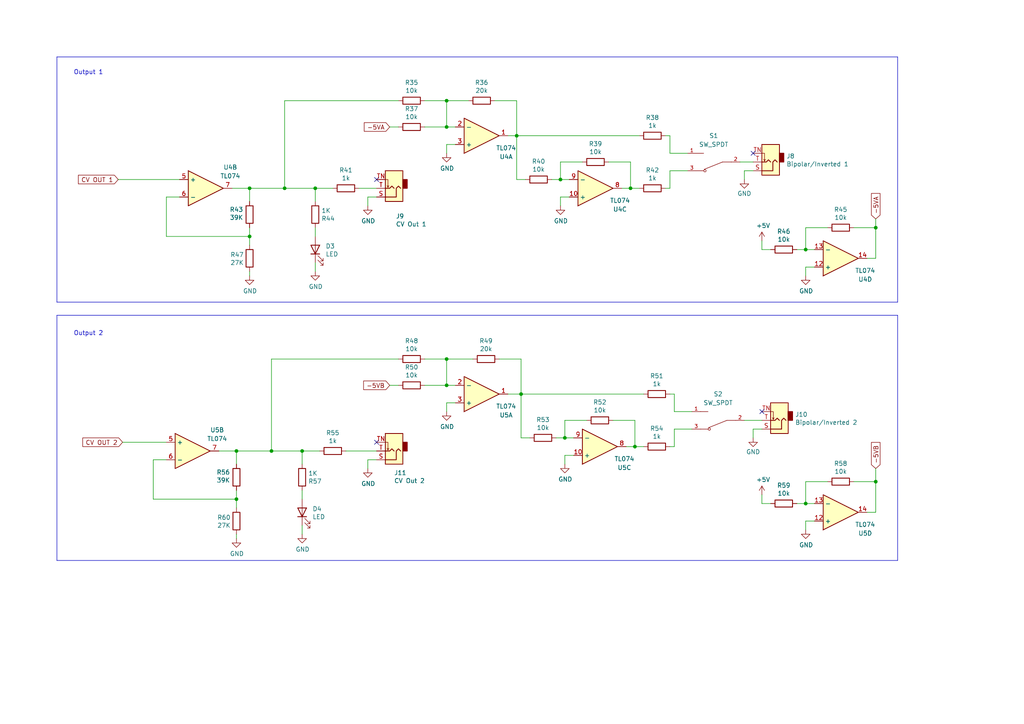
<source format=kicad_sch>
(kicad_sch (version 20231120) (generator "eeschema") (generator_version "8.0")
  (paper "A4")
  (title_block (title "Fluid") (date "2024-08-14") (rev "v0.1") (company "AWSM") (comment 1 "Adam Wonak"))
  (lib_symbols
    (symbol "2MS1T1B1M2QES:2MS1T1B1M2QES" (pin_names (offset 1.016))
      (property "Reference" "S" (at -2.54 6.35 0))
      (property "Value" "2MS1T1B1M2QES" (at -2.54 -2.54 0))
      (symbol "2MS1T1B1M2QES_0_0"
        (polyline (pts (xy -2.54 2.54) (xy -5.08 2.54)) (stroke (width 0.1524)))
        (polyline (pts (xy -2.54 2.54) (xy 2.794 4.6736)) (stroke (width 0.1524)))
        (polyline (pts (xy 5.08 0) (xy 2.921 0)) (stroke (width 0.1524)))
        (polyline (pts (xy 5.08 5.08) (xy 2.921 5.08)) (stroke (width 0.1524)))
        (circle (center 2.54 5.08) (radius 0.3302) (stroke (width 0.1524)))
        (pin passive line (at 7.62 0 180) (length 2.54) (name "~") (number "1"))
        (pin passive line (at -7.62 2.54 0) (length 2.54) (name "~") (number "2"))
        (pin passive line (at 7.62 5.08 180) (length 2.54) (name "~") (number "3"))
      )
    )
    (symbol "Connector:AudioJack2_SwitchT"
      (property "Reference" "J" (at 0 8.89 0))
      (property "Value" "AudioJack2_SwitchT" (at 0 6.35 0))
      (symbol "AudioJack2_SwitchT_0_1"
        (rectangle (start -2.54 0) (end -3.81 -2.54) (stroke (width 0.254)) (fill (type outline)))
        (polyline (pts (xy 1.778 -0.254) (xy 2.032 -0.762)))
        (polyline (pts (xy 0 0) (xy 0.635 -0.635) (xy 1.27 0) (xy 2.54 0)) (stroke (width 0.254)))
        (polyline (pts (xy 2.54 -2.54) (xy 1.778 -2.54) (xy 1.778 -0.254) (xy 1.524 -0.762)))
        (polyline (pts (xy 2.54 2.54) (xy -0.635 2.54) (xy -0.635 0) (xy -1.27 -0.635) (xy -1.905 0)) (stroke (width 0.254)))
        (rectangle (start 2.54 3.81) (end -2.54 -5.08) (stroke (width 0.254)) (fill (type background)))
      )
      (symbol "AudioJack2_SwitchT_1_1"
        (pin passive line (at 5.08 2.54 180) (length 2.54) (name "~") (number "S"))
        (pin passive line (at 5.08 0 180) (length 2.54) (name "~") (number "T"))
        (pin passive line (at 5.08 -2.54 180) (length 2.54) (name "~") (number "TN"))
      )
    )
    (symbol "Device:LED" (pin_numbers hide) (pin_names (offset 1.016) hide)
      (property "Reference" "D" (at 0 2.54 0))
      (property "Value" "LED" (at 0 -2.54 0))
      (symbol "LED_0_1"
        (polyline (pts (xy -1.27 -1.27) (xy -1.27 1.27)) (stroke (width 0.254)))
        (polyline (pts (xy -1.27 0) (xy 1.27 0)))
        (polyline (pts (xy 1.27 -1.27) (xy 1.27 1.27) (xy -1.27 0) (xy 1.27 -1.27)) (stroke (width 0.254)))
        (polyline (pts (xy -3.048 -0.762) (xy -4.572 -2.286) (xy -3.81 -2.286) (xy -4.572 -2.286) (xy -4.572 -1.524)))
        (polyline (pts (xy -1.778 -0.762) (xy -3.302 -2.286) (xy -2.54 -2.286) (xy -3.302 -2.286) (xy -3.302 -1.524)))
      )
      (symbol "LED_1_1"
        (pin passive line (at -3.81 0 0) (length 2.54) (name "K") (number "1"))
        (pin passive line (at 3.81 0 180) (length 2.54) (name "A") (number "2"))
      )
    )
    (symbol "Device:Opamp_Quad"
      (property "Reference" "U" (at 0 5.08 0))
      (property "Value" "Opamp_Quad" (at 0 -5.08 0))
      (symbol "Opamp_Quad_1_1"
        (polyline (pts (xy -5.08 5.08) (xy 5.08 0) (xy -5.08 -5.08) (xy -5.08 5.08)) (stroke (width 0.254)) (fill (type background)))
        (pin output line (at 7.62 0 180) (length 2.54) (name "~") (number "1"))
        (pin input line (at -7.62 -2.54 0) (length 2.54) (name "-") (number "2"))
        (pin input line (at -7.62 2.54 0) (length 2.54) (name "+") (number "3"))
      )
      (symbol "Opamp_Quad_2_1"
        (polyline (pts (xy -5.08 5.08) (xy 5.08 0) (xy -5.08 -5.08) (xy -5.08 5.08)) (stroke (width 0.254)) (fill (type background)))
        (pin input line (at -7.62 2.54 0) (length 2.54) (name "+") (number "5"))
        (pin input line (at -7.62 -2.54 0) (length 2.54) (name "-") (number "6"))
        (pin output line (at 7.62 0 180) (length 2.54) (name "~") (number "7"))
      )
      (symbol "Opamp_Quad_3_1"
        (polyline (pts (xy -5.08 5.08) (xy 5.08 0) (xy -5.08 -5.08) (xy -5.08 5.08)) (stroke (width 0.254)) (fill (type background)))
        (pin input line (at -7.62 2.54 0) (length 2.54) (name "+") (number "10"))
        (pin output line (at 7.62 0 180) (length 2.54) (name "~") (number "8"))
        (pin input line (at -7.62 -2.54 0) (length 2.54) (name "-") (number "9"))
      )
      (symbol "Opamp_Quad_4_1"
        (polyline (pts (xy -5.08 5.08) (xy 5.08 0) (xy -5.08 -5.08) (xy -5.08 5.08)) (stroke (width 0.254)) (fill (type background)))
        (pin input line (at -7.62 2.54 0) (length 2.54) (name "+") (number "12"))
        (pin input line (at -7.62 -2.54 0) (length 2.54) (name "-") (number "13"))
        (pin output line (at 7.62 0 180) (length 2.54) (name "~") (number "14"))
      )
      (symbol "Opamp_Quad_5_1"
        (pin power_in line (at -2.54 -7.62 90) (length 3.81) (name "V-") (number "11"))
        (pin power_in line (at -2.54 7.62 270) (length 3.81) (name "V+") (number "4"))
      )
    )
    (symbol "Device:R" (pin_numbers hide) (pin_names (offset 0))
      (property "Reference" "R" (at 2.032 0 90))
      (property "Value" "R" (at 0 0 90))
      (symbol "R_0_1"
        (rectangle (start -1.016 -2.54) (end 1.016 2.54) (stroke (width 0.254)))
      )
      (symbol "R_1_1"
        (pin passive line (at 0 3.81 270) (length 1.27) (name "~") (number "1"))
        (pin passive line (at 0 -3.81 90) (length 1.27) (name "~") (number "2"))
      )
    )
    (symbol "power:+5V" (power) (pin_names (offset 0))
      (property "Value" "+5V" (at 0 3.556 0))
      (symbol "+5V_0_1"
        (polyline (pts (xy -0.762 1.27) (xy 0 2.54)))
        (polyline (pts (xy 0 0) (xy 0 2.54)))
        (polyline (pts (xy 0 2.54) (xy 0.762 1.27)))
      )
      (symbol "+5V_1_1"
        (pin power_in line (at 0 0 90) (length 0) hide (name "+5V") (number "1"))
      )
    )
    (symbol "power:GND" (power) (pin_names (offset 0))
      (property "Value" "GND" (at 0 -3.81 0))
      (symbol "GND_0_1"
        (polyline (pts (xy 0 0) (xy 0 -1.27) (xy 1.27 -1.27) (xy 0 -2.54) (xy -1.27 -1.27) (xy 0 -1.27)))
      )
      (symbol "GND_1_1"
        (pin power_in line (at 0 0 270) (length 0) hide (name "GND") (number "1"))
      )
    )
  )
  (junction (at 162.56 52.07))
  (junction (at 129.54 111.76))
  (junction (at 72.39 54.61))
  (junction (at 149.86 39.37))
  (junction (at 233.68 146.05))
  (junction (at 129.54 29.21))
  (junction (at 68.58 130.81))
  (junction (at 82.55 54.61))
  (junction (at 233.68 72.39))
  (junction (at 151.13 114.3))
  (junction (at 254 66.04))
  (junction (at 254 139.7))
  (junction (at 87.63 130.81))
  (junction (at 163.83 127))
  (junction (at 68.58 144.78))
  (junction (at 78.74 130.81))
  (junction (at 182.88 54.61))
  (junction (at 129.54 104.14))
  (junction (at 91.44 54.61))
  (junction (at 129.54 36.83))
  (junction (at 72.39 68.58))
  (junction (at 184.15 129.54))
  (no_connect (at 220.98 119.38))
  (no_connect (at 218.44 44.45))
  (no_connect (at 109.22 52.07))
  (no_connect (at 109.22 128.27))
  (polyline (pts (xy 16.51 16.51) (xy 16.51 87.63)))
  (wire (pts (xy 163.83 132.08) (xy 163.83 134.62)))
  (wire (pts (xy 247.65 139.7) (xy 254 139.7)))
  (wire (pts (xy 233.68 139.7) (xy 233.68 146.05)))
  (wire (pts (xy 254 135.89) (xy 254 139.7)))
  (wire (pts (xy 220.98 143.51) (xy 220.98 146.05)))
  (wire (pts (xy 254 66.04) (xy 254 74.93)))
  (wire (pts (xy 144.78 104.14) (xy 151.13 104.14)))
  (wire (pts (xy 68.58 144.78) (xy 68.58 147.32)))
  (wire (pts (xy 48.26 133.35) (xy 44.45 133.35)))
  (wire (pts (xy 162.56 46.99) (xy 168.91 46.99)))
  (wire (pts (xy 195.58 119.38) (xy 195.58 114.3)))
  (wire (pts (xy 199.39 44.45) (xy 194.31 44.45)))
  (polyline (pts (xy 260.35 87.63) (xy 260.35 16.51)))
  (polyline (pts (xy 260.35 16.51) (xy 16.51 16.51)))
  (wire (pts (xy 182.88 46.99) (xy 182.88 54.61)))
  (wire (pts (xy 218.44 124.46) (xy 220.98 124.46)))
  (polyline (pts (xy 16.51 87.63) (xy 260.35 87.63)))
  (wire (pts (xy 176.53 46.99) (xy 182.88 46.99)))
  (wire (pts (xy 52.07 52.07) (xy 34.29 52.07)))
  (wire (pts (xy 72.39 78.74) (xy 72.39 80.01)))
  (wire (pts (xy 129.54 104.14) (xy 137.16 104.14)))
  (wire (pts (xy 231.14 72.39) (xy 233.68 72.39)))
  (wire (pts (xy 162.56 52.07) (xy 162.56 46.99)))
  (wire (pts (xy 44.45 144.78) (xy 68.58 144.78)))
  (wire (pts (xy 123.19 104.14) (xy 129.54 104.14)))
  (wire (pts (xy 233.68 139.7) (xy 240.03 139.7)))
  (wire (pts (xy 233.68 77.47) (xy 233.68 80.01)))
  (wire (pts (xy 151.13 104.14) (xy 151.13 114.3)))
  (wire (pts (xy 194.31 49.53) (xy 199.39 49.53)))
  (wire (pts (xy 236.22 151.13) (xy 233.68 151.13)))
  (wire (pts (xy 129.54 29.21) (xy 129.54 36.83)))
  (wire (pts (xy 91.44 68.58) (xy 91.44 66.04)))
  (wire (pts (xy 195.58 129.54) (xy 195.58 124.46)))
  (wire (pts (xy 215.9 121.92) (xy 220.98 121.92)))
  (wire (pts (xy 91.44 54.61) (xy 91.44 58.42)))
  (wire (pts (xy 233.68 151.13) (xy 233.68 153.67)))
  (wire (pts (xy 82.55 29.21) (xy 115.57 29.21)))
  (wire (pts (xy 233.68 66.04) (xy 233.68 72.39)))
  (polyline (pts (xy 260.35 162.56) (xy 260.35 91.44)))
  (wire (pts (xy 109.22 133.35) (xy 106.68 133.35)))
  (wire (pts (xy 231.14 146.05) (xy 233.68 146.05)))
  (wire (pts (xy 87.63 144.78) (xy 87.63 142.24)))
  (wire (pts (xy 129.54 116.84) (xy 132.08 116.84)))
  (wire (pts (xy 106.68 133.35) (xy 106.68 135.89)))
  (wire (pts (xy 123.19 111.76) (xy 129.54 111.76)))
  (polyline (pts (xy 260.35 91.44) (xy 16.51 91.44)))
  (wire (pts (xy 186.69 114.3) (xy 151.13 114.3)))
  (wire (pts (xy 193.04 54.61) (xy 194.31 54.61)))
  (wire (pts (xy 200.66 119.38) (xy 195.58 119.38)))
  (wire (pts (xy 215.9 49.53) (xy 215.9 52.07)))
  (wire (pts (xy 194.31 44.45) (xy 194.31 39.37)))
  (wire (pts (xy 91.44 54.61) (xy 96.52 54.61)))
  (wire (pts (xy 129.54 36.83) (xy 132.08 36.83)))
  (polyline (pts (xy 16.51 162.56) (xy 260.35 162.56)))
  (wire (pts (xy 113.03 111.76) (xy 115.57 111.76)))
  (wire (pts (xy 195.58 114.3) (xy 194.31 114.3)))
  (wire (pts (xy 44.45 133.35) (xy 44.45 144.78)))
  (wire (pts (xy 177.8 121.92) (xy 184.15 121.92)))
  (wire (pts (xy 233.68 66.04) (xy 240.03 66.04)))
  (wire (pts (xy 220.98 69.85) (xy 220.98 72.39)))
  (wire (pts (xy 160.02 52.07) (xy 162.56 52.07)))
  (wire (pts (xy 251.46 74.93) (xy 254 74.93)))
  (wire (pts (xy 184.15 129.54) (xy 181.61 129.54)))
  (wire (pts (xy 87.63 130.81) (xy 87.63 134.62)))
  (wire (pts (xy 129.54 104.14) (xy 129.54 111.76)))
  (wire (pts (xy 254 63.5) (xy 254 66.04)))
  (wire (pts (xy 233.68 146.05) (xy 236.22 146.05)))
  (wire (pts (xy 182.88 54.61) (xy 185.42 54.61)))
  (wire (pts (xy 82.55 29.21) (xy 82.55 54.61)))
  (wire (pts (xy 67.31 54.61) (xy 72.39 54.61)))
  (wire (pts (xy 236.22 77.47) (xy 233.68 77.47)))
  (wire (pts (xy 91.44 76.2) (xy 91.44 78.74)))
  (wire (pts (xy 184.15 129.54) (xy 186.69 129.54)))
  (wire (pts (xy 254 139.7) (xy 254 148.59)))
  (wire (pts (xy 129.54 116.84) (xy 129.54 119.38)))
  (wire (pts (xy 195.58 124.46) (xy 200.66 124.46)))
  (wire (pts (xy 184.15 121.92) (xy 184.15 129.54)))
  (wire (pts (xy 68.58 130.81) (xy 68.58 134.62)))
  (wire (pts (xy 129.54 111.76) (xy 132.08 111.76)))
  (wire (pts (xy 132.08 41.91) (xy 129.54 41.91)))
  (wire (pts (xy 163.83 121.92) (xy 170.18 121.92)))
  (wire (pts (xy 48.26 57.15) (xy 48.26 68.58)))
  (wire (pts (xy 106.68 57.15) (xy 106.68 59.69)))
  (wire (pts (xy 185.42 39.37) (xy 149.86 39.37)))
  (wire (pts (xy 151.13 114.3) (xy 151.13 127)))
  (wire (pts (xy 104.14 54.61) (xy 109.22 54.61)))
  (wire (pts (xy 161.29 127) (xy 163.83 127)))
  (wire (pts (xy 143.51 29.21) (xy 149.86 29.21)))
  (wire (pts (xy 218.44 49.53) (xy 215.9 49.53)))
  (wire (pts (xy 162.56 52.07) (xy 165.1 52.07)))
  (wire (pts (xy 194.31 129.54) (xy 195.58 129.54)))
  (wire (pts (xy 182.88 54.61) (xy 180.34 54.61)))
  (wire (pts (xy 151.13 127) (xy 153.67 127)))
  (wire (pts (xy 218.44 124.46) (xy 218.44 127)))
  (wire (pts (xy 214.63 46.99) (xy 218.44 46.99)))
  (wire (pts (xy 194.31 54.61) (xy 194.31 49.53)))
  (wire (pts (xy 113.03 36.83) (xy 115.57 36.83)))
  (polyline (pts (xy 16.51 91.44) (xy 16.51 162.56)))
  (wire (pts (xy 165.1 57.15) (xy 162.56 57.15)))
  (wire (pts (xy 162.56 57.15) (xy 162.56 59.69)))
  (wire (pts (xy 48.26 68.58) (xy 72.39 68.58)))
  (wire (pts (xy 100.33 130.81) (xy 109.22 130.81)))
  (wire (pts (xy 149.86 39.37) (xy 147.32 39.37)))
  (wire (pts (xy 149.86 29.21) (xy 149.86 39.37)))
  (wire (pts (xy 72.39 54.61) (xy 82.55 54.61)))
  (wire (pts (xy 63.5 130.81) (xy 68.58 130.81)))
  (wire (pts (xy 149.86 52.07) (xy 152.4 52.07)))
  (wire (pts (xy 72.39 54.61) (xy 72.39 58.42)))
  (wire (pts (xy 220.98 72.39) (xy 223.52 72.39)))
  (wire (pts (xy 220.98 146.05) (xy 223.52 146.05)))
  (wire (pts (xy 166.37 132.08) (xy 163.83 132.08)))
  (wire (pts (xy 78.74 104.14) (xy 78.74 130.81)))
  (wire (pts (xy 82.55 54.61) (xy 91.44 54.61)))
  (wire (pts (xy 87.63 130.81) (xy 92.71 130.81)))
  (wire (pts (xy 147.32 114.3) (xy 151.13 114.3)))
  (wire (pts (xy 129.54 41.91) (xy 129.54 44.45)))
  (wire (pts (xy 78.74 104.14) (xy 115.57 104.14)))
  (wire (pts (xy 68.58 130.81) (xy 78.74 130.81)))
  (wire (pts (xy 129.54 29.21) (xy 135.89 29.21)))
  (wire (pts (xy 68.58 142.24) (xy 68.58 144.78)))
  (wire (pts (xy 251.46 148.59) (xy 254 148.59)))
  (wire (pts (xy 163.83 127) (xy 163.83 121.92)))
  (wire (pts (xy 78.74 130.81) (xy 87.63 130.81)))
  (wire (pts (xy 87.63 152.4) (xy 87.63 154.94)))
  (wire (pts (xy 52.07 57.15) (xy 48.26 57.15)))
  (wire (pts (xy 194.31 39.37) (xy 193.04 39.37)))
  (wire (pts (xy 35.56 128.27) (xy 48.26 128.27)))
  (wire (pts (xy 72.39 68.58) (xy 72.39 71.12)))
  (wire (pts (xy 123.19 29.21) (xy 129.54 29.21)))
  (wire (pts (xy 233.68 72.39) (xy 236.22 72.39)))
  (wire (pts (xy 109.22 57.15) (xy 106.68 57.15)))
  (wire (pts (xy 68.58 154.94) (xy 68.58 156.21)))
  (wire (pts (xy 247.65 66.04) (xy 254 66.04)))
  (wire (pts (xy 149.86 39.37) (xy 149.86 52.07)))
  (wire (pts (xy 123.19 36.83) (xy 129.54 36.83)))
  (wire (pts (xy 72.39 66.04) (xy 72.39 68.58)))
  (wire (pts (xy 163.83 127) (xy 166.37 127)))
  (text "Output 2" (at 25.654 96.774 0) (effects (font (size 1.27 1.27))))
  (text "Output 1" (at 25.654 21.082 0) (effects (font (size 1.27 1.27))))
  (global_label "CV OUT 2" (shape input) (at 35.56 128.27 180) (property "Intersheetrefs" "${INTERSHEET_REFS}" (effects (hide yes))))
  (global_label "-5VB" (shape input) (at 113.03 111.76 180) (property "Intersheetrefs" "${INTERSHEET_REFS}" (effects (hide yes))))
  (global_label "-5VA" (shape input) (at 113.03 36.83 180) (property "Intersheetrefs" "${INTERSHEET_REFS}" (effects (hide yes))))
  (global_label "CV OUT 1" (shape input) (at 34.29 52.07 180) (property "Intersheetrefs" "${INTERSHEET_REFS}" (effects (hide yes))))
  (global_label "-5VB" (shape input) (at 254 135.89 90) (property "Intersheetrefs" "${INTERSHEET_REFS}" (effects (hide yes))))
  (global_label "-5VA" (shape input) (at 254 63.5 90) (property "Intersheetrefs" "${INTERSHEET_REFS}" (effects (hide yes))))
  (symbol (lib_id "Device:R") (at 157.48 127 270) (unit 1)
    (property "Reference" "R53" (at 157.48 121.7422 90))
    (property "Value" "10k" (at 157.48 124.0536 90))
    (property "Footprint" "Resistor_SMD:R_0402_1005Metric" (effects (hide yes)))
    (property "LCSC" "C25744" (effects (hide yes)))
  )
  (symbol (lib_id "Device:R") (at 156.21 52.07 270) (unit 1)
    (property "Reference" "R40" (at 156.21 46.8122 90))
    (property "Value" "10k" (at 156.21 49.1236 90))
    (property "Footprint" "Resistor_SMD:R_0402_1005Metric" (effects (hide yes)))
    (property "LCSC" "C25744" (effects (hide yes)))
  )
  (symbol (lib_id "power:GND") (at 218.44 127 0) (unit 1)
    (property "Reference" "#PWR068" (effects (hide yes)))
    (property "Value" "GND" (at 218.44 131.064 0))
  )
  (symbol (lib_id "Device:R") (at 100.33 54.61 90) (mirror x) (unit 1)
    (property "Reference" "R41" (at 100.33 49.3522 90))
    (property "Value" "1k" (at 100.33 51.6636 90))
    (property "Footprint" "Resistor_SMD:R_0402_1005Metric" (effects (hide yes)))
    (property "LCSC" "C11702" (effects (hide yes)))
  )
  (symbol (lib_id "Device:Opamp_Quad") (at 172.72 54.61 0) (mirror x) (unit 3)
    (property "Reference" "U4" (at 179.832 60.706 0))
    (property "Value" "TL074" (at 179.832 58.166 0))
    (property "Footprint" "Package_SO:SOIC-14_3.9x8.7mm_P1.27mm" (effects (hide yes)))
    (property "Description" "Quad operational amplifier" (effects (hide yes)))
    (property "Sim.Library" "${KICAD7_SYMBOL_DIR}/Simulation_SPICE.sp" (effects (hide yes)))
    (property "Sim.Name" "kicad_builtin_opamp_quad" (effects (hide yes)))
    (property "Sim.Device" "SUBCKT" (effects (hide yes)))
    (property "Sim.Pins" "1=out1 2=in1- 3=in1+ 4=vcc 5=in2+ 6=in2- 7=out2 8=out3 9=in3- 10=in3+ 11=vee 12=in4+ 13=in4- 14=out4" (effects (hide yes)))
    (property "LCSC" "C6963" (effects (hide yes)))
  )
  (symbol (lib_id "Device:LED") (at 87.63 148.59 90) (unit 1)
    (property "Reference" "D4" (at 90.6272 147.5994 90) (effects (justify right)))
    (property "Value" "LED" (at 90.6272 149.9108 90) (effects (justify right)))
    (property "Footprint" "LED_THT:LED_D3.0mm" (effects (hide yes)))
  )
  (symbol (lib_id "Connector:AudioJack2_SwitchT") (at 226.06 121.92 180) (unit 1)
    (property "Reference" "J10" (at 230.632 120.2182 0) (effects (justify right)))
    (property "Value" "Bipolar/Inverted 2" (at 230.632 122.5296 0) (effects (justify right)))
    (property "Footprint" "PJ398SM:Jack_3.5mm_QingPu_WQP-PJ398SM_Vertical_CircularHoles_3dModel" (effects (hide yes)))
  )
  (symbol (lib_id "power:GND") (at 163.83 134.62 0) (unit 1)
    (property "Reference" "#PWR069" (effects (hide yes)))
    (property "Value" "GND" (at 163.957 139.0142 0))
  )
  (symbol (lib_id "Device:Opamp_Quad") (at 243.84 148.59 0) (mirror x) (unit 4)
    (property "Reference" "U5" (at 250.952 154.686 0))
    (property "Value" "TL074" (at 250.952 152.146 0))
    (property "Footprint" "Package_SO:SOIC-14_3.9x8.7mm_P1.27mm" (effects (hide yes)))
    (property "Description" "Quad operational amplifier" (effects (hide yes)))
    (property "Sim.Library" "${KICAD7_SYMBOL_DIR}/Simulation_SPICE.sp" (effects (hide yes)))
    (property "Sim.Name" "kicad_builtin_opamp_quad" (effects (hide yes)))
    (property "Sim.Device" "SUBCKT" (effects (hide yes)))
    (property "Sim.Pins" "1=out1 2=in1- 3=in1+ 4=vcc 5=in2+ 6=in2- 7=out2 8=out3 9=in3- 10=in3+ 11=vee 12=in4+ 13=in4- 14=out4" (effects (hide yes)))
    (property "LCSC" "C6963" (effects (hide yes)))
  )
  (symbol (lib_id "power:GND") (at 233.68 153.67 0) (unit 1)
    (property "Reference" "#PWR072" (effects (hide yes)))
    (property "Value" "GND" (at 233.807 158.0642 0))
  )
  (symbol (lib_id "Connector:AudioJack2_SwitchT") (at 114.3 130.81 180) (unit 1)
    (property "Reference" "J11" (at 114.3 137.1346 0) (effects (justify right)))
    (property "Value" "CV Out 2" (at 114.3 139.446 0) (effects (justify right)))
    (property "Footprint" "PJ398SM:Jack_3.5mm_QingPu_WQP-PJ398SM_Vertical_CircularHoles_3dModel" (effects (hide yes)))
  )
  (symbol (lib_id "Device:R") (at 173.99 121.92 270) (unit 1)
    (property "Reference" "R52" (at 173.99 116.6622 90))
    (property "Value" "10k" (at 173.99 118.9736 90))
    (property "Footprint" "Resistor_SMD:R_0402_1005Metric" (effects (hide yes)))
    (property "LCSC" "C25744" (effects (hide yes)))
  )
  (symbol (lib_id "Device:R") (at 119.38 111.76 270) (unit 1)
    (property "Reference" "R50" (at 119.38 106.5022 90))
    (property "Value" "10k" (at 119.38 108.8136 90))
    (property "Footprint" "Resistor_SMD:R_0402_1005Metric" (effects (hide yes)))
    (property "LCSC" "C25744" (effects (hide yes)))
  )
  (symbol (lib_id "power:GND") (at 106.68 135.89 0) (unit 1)
    (property "Reference" "#PWR070" (effects (hide yes)))
    (property "Value" "GND" (at 106.807 140.2842 0))
  )
  (symbol (lib_id "Device:R") (at 227.33 146.05 270) (unit 1)
    (property "Reference" "R59" (at 227.33 140.7922 90))
    (property "Value" "10k" (at 227.33 143.1036 90))
    (property "Footprint" "Resistor_SMD:R_0402_1005Metric" (effects (hide yes)))
    (property "LCSC" "C25744" (effects (hide yes)))
  )
  (symbol (lib_id "Device:Opamp_Quad") (at 139.7 114.3 0) (mirror x) (unit 1)
    (property "Reference" "U5" (at 146.812 120.396 0))
    (property "Value" "TL074" (at 146.812 117.856 0))
    (property "Footprint" "Package_SO:SOIC-14_3.9x8.7mm_P1.27mm" (effects (hide yes)))
    (property "Description" "Quad operational amplifier" (effects (hide yes)))
    (property "Sim.Library" "${KICAD7_SYMBOL_DIR}/Simulation_SPICE.sp" (effects (hide yes)))
    (property "Sim.Name" "kicad_builtin_opamp_quad" (effects (hide yes)))
    (property "Sim.Device" "SUBCKT" (effects (hide yes)))
    (property "Sim.Pins" "1=out1 2=in1- 3=in1+ 4=vcc 5=in2+ 6=in2- 7=out2 8=out3 9=in3- 10=in3+ 11=vee 12=in4+ 13=in4- 14=out4" (effects (hide yes)))
    (property "LCSC" "C6963" (effects (hide yes)))
  )
  (symbol (lib_id "Device:R") (at 227.33 72.39 270) (unit 1)
    (property "Reference" "R46" (at 227.33 67.1322 90))
    (property "Value" "10k" (at 227.33 69.4436 90))
    (property "Footprint" "Resistor_SMD:R_0402_1005Metric" (effects (hide yes)))
    (property "LCSC" "C25744" (effects (hide yes)))
  )
  (symbol (lib_id "power:GND") (at 129.54 119.38 0) (unit 1)
    (property "Reference" "#PWR067" (effects (hide yes)))
    (property "Value" "GND" (at 129.667 123.7742 0))
  )
  (symbol (lib_id "Device:R") (at 140.97 104.14 270) (unit 1)
    (property "Reference" "R49" (at 140.97 98.8822 90))
    (property "Value" "20k" (at 140.97 101.1936 90))
    (property "Footprint" "Resistor_SMD:R_0402_1005Metric" (effects (hide yes)))
    (property "LCSC" "C25765" (effects (hide yes)))
  )
  (symbol (lib_id "Device:R") (at 119.38 104.14 270) (unit 1)
    (property "Reference" "R48" (at 119.38 98.8822 90))
    (property "Value" "10k" (at 119.38 101.1936 90))
    (property "Footprint" "Resistor_SMD:R_0402_1005Metric" (effects (hide yes)))
    (property "LCSC" "C25744" (effects (hide yes)))
  )
  (symbol (lib_id "Device:R") (at 68.58 138.43 0) (unit 1)
    (property "Reference" "R56" (at 64.77 136.9822 0))
    (property "Value" "39K" (at 64.77 139.2936 0))
    (property "Footprint" "Resistor_SMD:R_0402_1005Metric" (effects (hide yes)))
    (property "LCSC" "C25783" (effects (hide yes)))
  )
  (symbol (lib_id "2MS1T1B1M2QES:2MS1T1B1M2QES") (at 208.28 119.38 180) (unit 1)
    (property "Reference" "S2" (at 208.28 114.3 0))
    (property "Value" "SW_SPDT" (at 208.28 116.84 0))
    (property "Footprint" "2MS1T1B1M2QES:SW_2MS1T1B1M2QES" (effects (hide yes)))
    (property "MF" "Dailywell" (effects (hide yes)))
    (property "MAXIMUM_PACKAGE_HEIGHT" "23.63mm" (effects (hide yes)))
    (property "Package" "None" (effects (hide yes)))
    (property "Price" "None" (effects (hide yes)))
    (property "Check_prices" "https://www.snapeda.com/parts/2MS1T1B1M2QES/Dailywell/view-part/?ref=eda" (effects (hide yes)))
    (property "STANDARD" "Manufacturer Recommendations" (effects (hide yes)))
    (property "SnapEDA_Link" "https://www.snapeda.com/parts/2MS1T1B1M2QES/Dailywell/view-part/?ref=snap" (effects (hide yes)))
    (property "MP" "2MS1T1B1M2QES" (effects (hide yes)))
    (property "Purchase-URL" "https://www.snapeda.com/api/url_track_click_mouser/?unipart_id=4999053&manufacturer=Dailywell&part_name=2MS1T1B1M2QES&search_term=2ms1t1b1m2qes" (effects (hide yes)))
    (property "Description_1" "\nToggle Switches Sub-Miniature SPDT switch on-on pc thru-hole\n" (effects (hide yes)))
    (property "Availability" "Not in stock" (effects (hide yes)))
    (property "MANUFACTURER" "Dailywell" (effects (hide yes)))
  )
  (symbol (lib_id "Device:R") (at 72.39 62.23 0) (unit 1)
    (property "Reference" "R43" (at 68.58 60.7822 0))
    (property "Value" "39K" (at 68.58 63.0936 0))
    (property "Footprint" "Resistor_SMD:R_0402_1005Metric" (effects (hide yes)))
    (property "LCSC" "C25783" (effects (hide yes)))
  )
  (symbol (lib_id "Device:Opamp_Quad") (at 55.88 130.81 0) (unit 2)
    (property "Reference" "U5" (at 62.992 124.714 0))
    (property "Value" "TL074" (at 62.992 127.254 0))
    (property "Footprint" "Package_SO:SOIC-14_3.9x8.7mm_P1.27mm" (effects (hide yes)))
    (property "Description" "Quad operational amplifier" (effects (hide yes)))
    (property "Sim.Library" "${KICAD7_SYMBOL_DIR}/Simulation_SPICE.sp" (effects (hide yes)))
    (property "Sim.Name" "kicad_builtin_opamp_quad" (effects (hide yes)))
    (property "Sim.Device" "SUBCKT" (effects (hide yes)))
    (property "Sim.Pins" "1=out1 2=in1- 3=in1+ 4=vcc 5=in2+ 6=in2- 7=out2 8=out3 9=in3- 10=in3+ 11=vee 12=in4+ 13=in4- 14=out4" (effects (hide yes)))
    (property "LCSC" "C6963" (effects (hide yes)))
  )
  (symbol (lib_id "Device:R") (at 189.23 54.61 270) (unit 1)
    (property "Reference" "R42" (at 189.23 49.3522 90))
    (property "Value" "1k" (at 189.23 51.6636 90))
    (property "Footprint" "Resistor_SMD:R_0402_1005Metric" (effects (hide yes)))
    (property "LCSC" "C11702" (effects (hide yes)))
  )
  (symbol (lib_id "2MS1T1B1M2QES:2MS1T1B1M2QES") (at 207.01 44.45 180) (unit 1)
    (property "Reference" "S1" (at 207.01 39.37 0))
    (property "Value" "SW_SPDT" (at 207.01 41.91 0))
    (property "Footprint" "2MS1T1B1M2QES:SW_2MS1T1B1M2QES" (effects (hide yes)))
    (property "MF" "Dailywell" (effects (hide yes)))
    (property "MAXIMUM_PACKAGE_HEIGHT" "23.63mm" (effects (hide yes)))
    (property "Package" "None" (effects (hide yes)))
    (property "Price" "None" (effects (hide yes)))
    (property "Check_prices" "https://www.snapeda.com/parts/2MS1T1B1M2QES/Dailywell/view-part/?ref=eda" (effects (hide yes)))
    (property "STANDARD" "Manufacturer Recommendations" (effects (hide yes)))
    (property "SnapEDA_Link" "https://www.snapeda.com/parts/2MS1T1B1M2QES/Dailywell/view-part/?ref=snap" (effects (hide yes)))
    (property "MP" "2MS1T1B1M2QES" (effects (hide yes)))
    (property "Purchase-URL" "https://www.snapeda.com/api/url_track_click_mouser/?unipart_id=4999053&manufacturer=Dailywell&part_name=2MS1T1B1M2QES&search_term=2ms1t1b1m2qes" (effects (hide yes)))
    (property "Description_1" "\nToggle Switches Sub-Miniature SPDT switch on-on pc thru-hole\n" (effects (hide yes)))
    (property "Availability" "Not in stock" (effects (hide yes)))
    (property "MANUFACTURER" "Dailywell" (effects (hide yes)))
  )
  (symbol (lib_id "Device:R") (at 172.72 46.99 270) (unit 1)
    (property "Reference" "R39" (at 172.72 41.7322 90))
    (property "Value" "10k" (at 172.72 44.0436 90))
    (property "Footprint" "Resistor_SMD:R_0402_1005Metric" (effects (hide yes)))
    (property "LCSC" "C25744" (effects (hide yes)))
  )
  (symbol (lib_id "power:GND") (at 162.56 59.69 0) (unit 1)
    (property "Reference" "#PWR062" (effects (hide yes)))
    (property "Value" "GND" (at 162.687 64.0842 0))
  )
  (symbol (lib_id "Device:R") (at 91.44 62.23 0) (mirror y) (unit 1)
    (property "Reference" "R44" (at 93.218 63.3984 0) (effects (justify right)))
    (property "Value" "1K" (at 93.218 61.087 0) (effects (justify right)))
    (property "Footprint" "Resistor_SMD:R_0402_1005Metric" (effects (hide yes)))
    (property "LCSC" "C11702" (effects (hide yes)))
  )
  (symbol (lib_id "power:GND") (at 106.68 59.69 0) (unit 1)
    (property "Reference" "#PWR061" (effects (hide yes)))
    (property "Value" "GND" (at 106.807 64.0842 0))
  )
  (symbol (lib_id "Device:R") (at 68.58 151.13 180) (unit 1)
    (property "Reference" "R60" (at 62.992 150.0886 0) (effects (justify right)))
    (property "Value" "27K" (at 62.992 152.4 0) (effects (justify right)))
    (property "Footprint" "Resistor_SMD:R_0402_1005Metric" (effects (hide yes)))
    (property "LCSC" "C25771" (effects (hide yes)))
  )
  (symbol (lib_id "Device:R") (at 87.63 138.43 0) (mirror y) (unit 1)
    (property "Reference" "R57" (at 89.408 139.5984 0) (effects (justify right)))
    (property "Value" "1K" (at 89.408 137.287 0) (effects (justify right)))
    (property "Footprint" "Resistor_SMD:R_0402_1005Metric" (effects (hide yes)))
    (property "LCSC" "C11702" (effects (hide yes)))
  )
  (symbol (lib_id "power:+5V") (at 220.98 69.85 0) (unit 1)
    (property "Reference" "#PWR063" (effects (hide yes)))
    (property "Value" "+5V" (at 221.361 65.4558 0))
  )
  (symbol (lib_id "power:GND") (at 233.68 80.01 0) (unit 1)
    (property "Reference" "#PWR066" (effects (hide yes)))
    (property "Value" "GND" (at 233.807 84.4042 0))
  )
  (symbol (lib_id "Device:Opamp_Quad") (at 59.69 54.61 0) (unit 2)
    (property "Reference" "U4" (at 66.802 48.514 0))
    (property "Value" "TL074" (at 66.802 51.054 0))
    (property "Footprint" "Package_SO:SOIC-14_3.9x8.7mm_P1.27mm" (effects (hide yes)))
    (property "Description" "Quad operational amplifier" (effects (hide yes)))
    (property "Sim.Library" "${KICAD7_SYMBOL_DIR}/Simulation_SPICE.sp" (effects (hide yes)))
    (property "Sim.Name" "kicad_builtin_opamp_quad" (effects (hide yes)))
    (property "Sim.Device" "SUBCKT" (effects (hide yes)))
    (property "Sim.Pins" "1=out1 2=in1- 3=in1+ 4=vcc 5=in2+ 6=in2- 7=out2 8=out3 9=in3- 10=in3+ 11=vee 12=in4+ 13=in4- 14=out4" (effects (hide yes)))
    (property "LCSC" "C6963" (effects (hide yes)))
  )
  (symbol (lib_id "power:GND") (at 72.39 80.01 0) (unit 1)
    (property "Reference" "#PWR065" (effects (hide yes)))
    (property "Value" "GND" (at 72.517 84.4042 0))
  )
  (symbol (lib_id "Device:Opamp_Quad") (at 173.99 129.54 0) (mirror x) (unit 3)
    (property "Reference" "U5" (at 181.102 135.636 0))
    (property "Value" "TL074" (at 181.102 133.096 0))
    (property "Footprint" "Package_SO:SOIC-14_3.9x8.7mm_P1.27mm" (effects (hide yes)))
    (property "Description" "Quad operational amplifier" (effects (hide yes)))
    (property "Sim.Library" "${KICAD7_SYMBOL_DIR}/Simulation_SPICE.sp" (effects (hide yes)))
    (property "Sim.Name" "kicad_builtin_opamp_quad" (effects (hide yes)))
    (property "Sim.Device" "SUBCKT" (effects (hide yes)))
    (property "Sim.Pins" "1=out1 2=in1- 3=in1+ 4=vcc 5=in2+ 6=in2- 7=out2 8=out3 9=in3- 10=in3+ 11=vee 12=in4+ 13=in4- 14=out4" (effects (hide yes)))
    (property "LCSC" "C6963" (effects (hide yes)))
  )
  (symbol (lib_id "Device:R") (at 119.38 36.83 270) (unit 1)
    (property "Reference" "R37" (at 119.38 31.5722 90))
    (property "Value" "10k" (at 119.38 33.8836 90))
    (property "Footprint" "Resistor_SMD:R_0402_1005Metric" (effects (hide yes)))
    (property "LCSC" "C25744" (effects (hide yes)))
  )
  (symbol (lib_id "power:GND") (at 91.44 78.74 0) (unit 1)
    (property "Reference" "#PWR064" (effects (hide yes)))
    (property "Value" "GND" (at 91.567 83.1342 0))
  )
  (symbol (lib_id "power:GND") (at 87.63 154.94 0) (unit 1)
    (property "Reference" "#PWR073" (effects (hide yes)))
    (property "Value" "GND" (at 87.757 159.3342 0))
  )
  (symbol (lib_id "Device:R") (at 190.5 129.54 270) (unit 1)
    (property "Reference" "R54" (at 190.5 124.2822 90))
    (property "Value" "1k" (at 190.5 126.5936 90))
    (property "Footprint" "Resistor_SMD:R_0402_1005Metric" (effects (hide yes)))
    (property "LCSC" "C11702" (effects (hide yes)))
  )
  (symbol (lib_id "Device:Opamp_Quad") (at 243.84 74.93 0) (mirror x) (unit 4)
    (property "Reference" "U4" (at 250.952 81.026 0))
    (property "Value" "TL074" (at 250.952 78.486 0))
    (property "Footprint" "Package_SO:SOIC-14_3.9x8.7mm_P1.27mm" (effects (hide yes)))
    (property "Description" "Quad operational amplifier" (effects (hide yes)))
    (property "Sim.Library" "${KICAD7_SYMBOL_DIR}/Simulation_SPICE.sp" (effects (hide yes)))
    (property "Sim.Name" "kicad_builtin_opamp_quad" (effects (hide yes)))
    (property "Sim.Device" "SUBCKT" (effects (hide yes)))
    (property "Sim.Pins" "1=out1 2=in1- 3=in1+ 4=vcc 5=in2+ 6=in2- 7=out2 8=out3 9=in3- 10=in3+ 11=vee 12=in4+ 13=in4- 14=out4" (effects (hide yes)))
    (property "LCSC" "C6963" (effects (hide yes)))
  )
  (symbol (lib_id "Device:Opamp_Quad") (at 139.7 39.37 0) (mirror x) (unit 1)
    (property "Reference" "U4" (at 146.812 45.466 0))
    (property "Value" "TL074" (at 146.812 42.926 0))
    (property "Footprint" "Package_SO:SOIC-14_3.9x8.7mm_P1.27mm" (effects (hide yes)))
    (property "Description" "Quad operational amplifier" (effects (hide yes)))
    (property "Sim.Library" "${KICAD7_SYMBOL_DIR}/Simulation_SPICE.sp" (effects (hide yes)))
    (property "Sim.Name" "kicad_builtin_opamp_quad" (effects (hide yes)))
    (property "Sim.Device" "SUBCKT" (effects (hide yes)))
    (property "Sim.Pins" "1=out1 2=in1- 3=in1+ 4=vcc 5=in2+ 6=in2- 7=out2 8=out3 9=in3- 10=in3+ 11=vee 12=in4+ 13=in4- 14=out4" (effects (hide yes)))
    (property "LCSC" "C6963" (effects (hide yes)))
  )
  (symbol (lib_id "Device:R") (at 139.7 29.21 270) (unit 1)
    (property "Reference" "R36" (at 139.7 23.9522 90))
    (property "Value" "20k" (at 139.7 26.2636 90))
    (property "Footprint" "Resistor_SMD:R_0402_1005Metric" (effects (hide yes)))
    (property "LCSC" "C25765" (effects (hide yes)))
  )
  (symbol (lib_id "Connector:AudioJack2_SwitchT") (at 223.52 46.99 180) (unit 1)
    (property "Reference" "J8" (at 228.092 45.2882 0) (effects (justify right)))
    (property "Value" "Bipolar/Inverted 1" (at 228.092 47.5996 0) (effects (justify right)))
    (property "Footprint" "PJ398SM:Jack_3.5mm_QingPu_WQP-PJ398SM_Vertical_CircularHoles_3dModel" (effects (hide yes)))
  )
  (symbol (lib_id "Device:R") (at 119.38 29.21 270) (unit 1)
    (property "Reference" "R35" (at 119.38 23.9522 90))
    (property "Value" "10k" (at 119.38 26.2636 90))
    (property "Footprint" "Resistor_SMD:R_0402_1005Metric" (effects (hide yes)))
    (property "LCSC" "C25744" (effects (hide yes)))
  )
  (symbol (lib_id "power:+5V") (at 220.98 143.51 0) (unit 1)
    (property "Reference" "#PWR071" (effects (hide yes)))
    (property "Value" "+5V" (at 221.361 139.1158 0))
  )
  (symbol (lib_id "Device:R") (at 190.5 114.3 90) (mirror x) (unit 1)
    (property "Reference" "R51" (at 190.5 109.0422 90))
    (property "Value" "1k" (at 190.5 111.3536 90))
    (property "Footprint" "Resistor_SMD:R_0402_1005Metric" (effects (hide yes)))
    (property "LCSC" "C11702" (effects (hide yes)))
  )
  (symbol (lib_id "Device:R") (at 72.39 74.93 180) (unit 1)
    (property "Reference" "R47" (at 66.802 73.8886 0) (effects (justify right)))
    (property "Value" "27K" (at 66.802 76.2 0) (effects (justify right)))
    (property "Footprint" "Resistor_SMD:R_0402_1005Metric" (effects (hide yes)))
    (property "LCSC" "C25771" (effects (hide yes)))
  )
  (symbol (lib_id "Device:R") (at 243.84 139.7 270) (unit 1)
    (property "Reference" "R58" (at 243.84 134.4422 90))
    (property "Value" "10k" (at 243.84 136.7536 90))
    (property "Footprint" "Resistor_SMD:R_0402_1005Metric" (effects (hide yes)))
    (property "LCSC" "C25744" (effects (hide yes)))
  )
  (symbol (lib_id "Device:LED") (at 91.44 72.39 90) (unit 1)
    (property "Reference" "D3" (at 94.4372 71.3994 90) (effects (justify right)))
    (property "Value" "LED" (at 94.4372 73.7108 90) (effects (justify right)))
    (property "Footprint" "LED_THT:LED_D3.0mm" (effects (hide yes)))
  )
  (symbol (lib_id "Connector:AudioJack2_SwitchT") (at 114.3 54.61 180) (unit 1)
    (property "Reference" "J9" (at 114.808 62.7126 0) (effects (justify right)))
    (property "Value" "CV Out 1" (at 114.808 65.024 0) (effects (justify right)))
    (property "Footprint" "PJ398SM:Jack_3.5mm_QingPu_WQP-PJ398SM_Vertical_CircularHoles_3dModel" (effects (hide yes)))
  )
  (symbol (lib_id "Device:R") (at 243.84 66.04 270) (unit 1)
    (property "Reference" "R45" (at 243.84 60.7822 90))
    (property "Value" "10k" (at 243.84 63.0936 90))
    (property "Footprint" "Resistor_SMD:R_0402_1005Metric" (effects (hide yes)))
    (property "LCSC" "C25744" (effects (hide yes)))
  )
  (symbol (lib_id "power:GND") (at 215.9 52.07 0) (unit 1)
    (property "Reference" "#PWR060" (effects (hide yes)))
    (property "Value" "GND" (at 215.9 56.134 0))
  )
  (symbol (lib_id "Device:R") (at 96.52 130.81 270) (unit 1)
    (property "Reference" "R55" (at 96.52 125.5522 90))
    (property "Value" "1k" (at 96.52 127.8636 90))
    (property "Footprint" "Resistor_SMD:R_0402_1005Metric" (effects (hide yes)))
    (property "LCSC" "C11702" (effects (hide yes)))
  )
  (symbol (lib_id "power:GND") (at 68.58 156.21 0) (unit 1)
    (property "Reference" "#PWR074" (effects (hide yes)))
    (property "Value" "GND" (at 68.707 160.6042 0))
  )
  (symbol (lib_id "Device:R") (at 189.23 39.37 270) (unit 1)
    (property "Reference" "R38" (at 189.23 34.1122 90))
    (property "Value" "1k" (at 189.23 36.4236 90))
    (property "Footprint" "Resistor_SMD:R_0402_1005Metric" (effects (hide yes)))
    (property "LCSC" "C11702" (effects (hide yes)))
  )
  (symbol (lib_id "power:GND") (at 129.54 44.45 0) (unit 1)
    (property "Reference" "#PWR059" (effects (hide yes)))
    (property "Value" "GND" (at 129.667 48.8442 0))
  )
)
</source>
